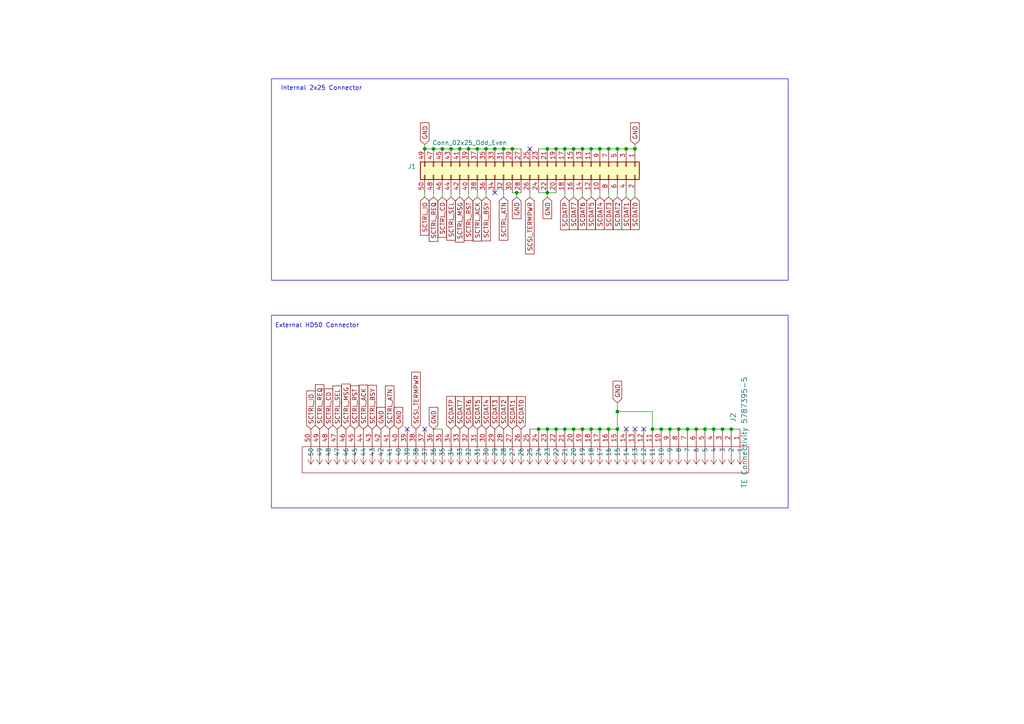
<source format=kicad_sch>
(kicad_sch (version 20250114) (generator "eeschema") (generator_version "9.0")
  (paper "A4")
  (title_block (title "A4092 backpanel PCB") (rev "PROTO0") (company "amiga.technology"))
  (lib_symbols
    (symbol "5787170_5:5787170-5" (pin_names (offset 0.254))
      (property "Reference" "J" (at 8.89 6.35 0))
      (property "Value" "5787170-5" (at 0 0 0))
      (symbol "5787170-5_1_1"
        (polyline (pts (xy 5.08 2.54) (xy 5.08 -127)) (stroke (width 0.127)))
        (polyline (pts (xy 5.08 -127) (xy 12.7 -127)) (stroke (width 0.127)))
        (polyline (pts (xy 10.16 0) (xy 5.08 0)) (stroke (width 0.127)))
        (polyline (pts (xy 10.16 0) (xy 8.89 0.8467)) (stroke (width 0.127)))
        (polyline (pts (xy 10.16 0) (xy 8.89 -0.8467)) (stroke (width 0.127)))
        (polyline (pts (xy 10.16 -2.54) (xy 5.08 -2.54)) (stroke (width 0.127)))
        (polyline (pts (xy 10.16 -2.54) (xy 8.89 -1.6933)) (stroke (width 0.127)))
        (polyline (pts (xy 10.16 -2.54) (xy 8.89 -3.3867)) (stroke (width 0.127)))
        (polyline (pts (xy 10.16 -5.08) (xy 5.08 -5.08)) (stroke (width 0.127)))
        (polyline (pts (xy 10.16 -5.08) (xy 8.89 -4.2333)) (stroke (width 0.127)))
        (polyline (pts (xy 10.16 -5.08) (xy 8.89 -5.9267)) (stroke (width 0.127)))
        (polyline (pts (xy 10.16 -7.62) (xy 5.08 -7.62)) (stroke (width 0.127)))
        (polyline (pts (xy 10.16 -7.62) (xy 8.89 -6.7733)) (stroke (width 0.127)))
        (polyline (pts (xy 10.16 -7.62) (xy 8.89 -8.4667)) (stroke (width 0.127)))
        (polyline (pts (xy 10.16 -10.16) (xy 5.08 -10.16)) (stroke (width 0.127)))
        (polyline (pts (xy 10.16 -10.16) (xy 8.89 -9.3133)) (stroke (width 0.127)))
        (polyline (pts (xy 10.16 -10.16) (xy 8.89 -11.0067)) (stroke (width 0.127)))
        (polyline (pts (xy 10.16 -12.7) (xy 5.08 -12.7)) (stroke (width 0.127)))
        (polyline (pts (xy 10.16 -12.7) (xy 8.89 -11.8533)) (stroke (width 0.127)))
        (polyline (pts (xy 10.16 -12.7) (xy 8.89 -13.5467)) (stroke (width 0.127)))
        (polyline (pts (xy 10.16 -15.24) (xy 5.08 -15.24)) (stroke (width 0.127)))
        (polyline (pts (xy 10.16 -15.24) (xy 8.89 -14.3933)) (stroke (width 0.127)))
        (polyline (pts (xy 10.16 -15.24) (xy 8.89 -16.0867)) (stroke (width 0.127)))
        (polyline (pts (xy 10.16 -17.78) (xy 5.08 -17.78)) (stroke (width 0.127)))
        (polyline (pts (xy 10.16 -17.78) (xy 8.89 -16.9333)) (stroke (width 0.127)))
        (polyline (pts (xy 10.16 -17.78) (xy 8.89 -18.6267)) (stroke (width 0.127)))
        (polyline (pts (xy 10.16 -20.32) (xy 5.08 -20.32)) (stroke (width 0.127)))
        (polyline (pts (xy 10.16 -20.32) (xy 8.89 -19.4733)) (stroke (width 0.127)))
        (polyline (pts (xy 10.16 -20.32) (xy 8.89 -21.1667)) (stroke (width 0.127)))
        (polyline (pts (xy 10.16 -22.86) (xy 5.08 -22.86)) (stroke (width 0.127)))
        (polyline (pts (xy 10.16 -22.86) (xy 8.89 -22.0133)) (stroke (width 0.127)))
        (polyline (pts (xy 10.16 -22.86) (xy 8.89 -23.7067)) (stroke (width 0.127)))
        (polyline (pts (xy 10.16 -25.4) (xy 5.08 -25.4)) (stroke (width 0.127)))
        (polyline (pts (xy 10.16 -25.4) (xy 8.89 -24.5533)) (stroke (width 0.127)))
        (polyline (pts (xy 10.16 -25.4) (xy 8.89 -26.2467)) (stroke (width 0.127)))
        (polyline (pts (xy 10.16 -27.94) (xy 5.08 -27.94)) (stroke (width 0.127)))
        (polyline (pts (xy 10.16 -27.94) (xy 8.89 -27.0933)) (stroke (width 0.127)))
        (polyline (pts (xy 10.16 -27.94) (xy 8.89 -28.7867)) (stroke (width 0.127)))
        (polyline (pts (xy 10.16 -30.48) (xy 5.08 -30.48)) (stroke (width 0.127)))
        (polyline (pts (xy 10.16 -30.48) (xy 8.89 -29.6333)) (stroke (width 0.127)))
        (polyline (pts (xy 10.16 -30.48) (xy 8.89 -31.3267)) (stroke (width 0.127)))
        (polyline (pts (xy 10.16 -33.02) (xy 5.08 -33.02)) (stroke (width 0.127)))
        (polyline (pts (xy 10.16 -33.02) (xy 8.89 -32.1733)) (stroke (width 0.127)))
        (polyline (pts (xy 10.16 -33.02) (xy 8.89 -33.8667)) (stroke (width 0.127)))
        (polyline (pts (xy 10.16 -35.56) (xy 5.08 -35.56)) (stroke (width 0.127)))
        (polyline (pts (xy 10.16 -35.56) (xy 8.89 -34.7133)) (stroke (width 0.127)))
        (polyline (pts (xy 10.16 -35.56) (xy 8.89 -36.4067)) (stroke (width 0.127)))
        (polyline (pts (xy 10.16 -38.1) (xy 5.08 -38.1)) (stroke (width 0.127)))
        (polyline (pts (xy 10.16 -38.1) (xy 8.89 -37.2533)) (stroke (width 0.127)))
        (polyline (pts (xy 10.16 -38.1) (xy 8.89 -38.9467)) (stroke (width 0.127)))
        (polyline (pts (xy 10.16 -40.64) (xy 5.08 -40.64)) (stroke (width 0.127)))
        (polyline (pts (xy 10.16 -40.64) (xy 8.89 -39.7933)) (stroke (width 0.127)))
        (polyline (pts (xy 10.16 -40.64) (xy 8.89 -41.4867)) (stroke (width 0.127)))
        (polyline (pts (xy 10.16 -43.18) (xy 5.08 -43.18)) (stroke (width 0.127)))
        (polyline (pts (xy 10.16 -43.18) (xy 8.89 -42.3333)) (stroke (width 0.127)))
        (polyline (pts (xy 10.16 -43.18) (xy 8.89 -44.0267)) (stroke (width 0.127)))
        (polyline (pts (xy 10.16 -45.72) (xy 5.08 -45.72)) (stroke (width 0.127)))
        (polyline (pts (xy 10.16 -45.72) (xy 8.89 -44.8733)) (stroke (width 0.127)))
        (polyline (pts (xy 10.16 -45.72) (xy 8.89 -46.5667)) (stroke (width 0.127)))
        (polyline (pts (xy 10.16 -48.26) (xy 5.08 -48.26)) (stroke (width 0.127)))
        (polyline (pts (xy 10.16 -48.26) (xy 8.89 -47.4133)) (stroke (width 0.127)))
        (polyline (pts (xy 10.16 -48.26) (xy 8.89 -49.1067)) (stroke (width 0.127)))
        (polyline (pts (xy 10.16 -50.8) (xy 5.08 -50.8)) (stroke (width 0.127)))
        (polyline (pts (xy 10.16 -50.8) (xy 8.89 -49.9533)) (stroke (width 0.127)))
        (polyline (pts (xy 10.16 -50.8) (xy 8.89 -51.6467)) (stroke (width 0.127)))
        (polyline (pts (xy 10.16 -53.34) (xy 5.08 -53.34)) (stroke (width 0.127)))
        (polyline (pts (xy 10.16 -53.34) (xy 8.89 -52.4933)) (stroke (width 0.127)))
        (polyline (pts (xy 10.16 -53.34) (xy 8.89 -54.1867)) (stroke (width 0.127)))
        (polyline (pts (xy 10.16 -55.88) (xy 5.08 -55.88)) (stroke (width 0.127)))
        (polyline (pts (xy 10.16 -55.88) (xy 8.89 -55.0333)) (stroke (width 0.127)))
        (polyline (pts (xy 10.16 -55.88) (xy 8.89 -56.7267)) (stroke (width 0.127)))
        (polyline (pts (xy 10.16 -58.42) (xy 5.08 -58.42)) (stroke (width 0.127)))
        (polyline (pts (xy 10.16 -58.42) (xy 8.89 -57.5733)) (stroke (width 0.127)))
        (polyline (pts (xy 10.16 -58.42) (xy 8.89 -59.2667)) (stroke (width 0.127)))
        (polyline (pts (xy 10.16 -60.96) (xy 5.08 -60.96)) (stroke (width 0.127)))
        (polyline (pts (xy 10.16 -60.96) (xy 8.89 -60.1133)) (stroke (width 0.127)))
        (polyline (pts (xy 10.16 -60.96) (xy 8.89 -61.8067)) (stroke (width 0.127)))
        (polyline (pts (xy 10.16 -63.5) (xy 5.08 -63.5)) (stroke (width 0.127)))
        (polyline (pts (xy 10.16 -63.5) (xy 8.89 -62.6533)) (stroke (width 0.127)))
        (polyline (pts (xy 10.16 -63.5) (xy 8.89 -64.3467)) (stroke (width 0.127)))
        (polyline (pts (xy 10.16 -66.04) (xy 5.08 -66.04)) (stroke (width 0.127)))
        (polyline (pts (xy 10.16 -66.04) (xy 8.89 -65.1933)) (stroke (width 0.127)))
        (polyline (pts (xy 10.16 -66.04) (xy 8.89 -66.8867)) (stroke (width 0.127)))
        (polyline (pts (xy 10.16 -68.58) (xy 5.08 -68.58)) (stroke (width 0.127)))
        (polyline (pts (xy 10.16 -68.58) (xy 8.89 -67.7333)) (stroke (width 0.127)))
        (polyline (pts (xy 10.16 -68.58) (xy 8.89 -69.4267)) (stroke (width 0.127)))
        (polyline (pts (xy 10.16 -71.12) (xy 5.08 -71.12)) (stroke (width 0.127)))
        (polyline (pts (xy 10.16 -71.12) (xy 8.89 -70.2733)) (stroke (width 0.127)))
        (polyline (pts (xy 10.16 -71.12) (xy 8.89 -71.9667)) (stroke (width 0.127)))
        (polyline (pts (xy 10.16 -73.66) (xy 5.08 -73.66)) (stroke (width 0.127)))
        (polyline (pts (xy 10.16 -73.66) (xy 8.89 -72.8133)) (stroke (width 0.127)))
        (polyline (pts (xy 10.16 -73.66) (xy 8.89 -74.5067)) (stroke (width 0.127)))
        (polyline (pts (xy 10.16 -76.2) (xy 5.08 -76.2)) (stroke (width 0.127)))
        (polyline (pts (xy 10.16 -76.2) (xy 8.89 -75.3533)) (stroke (width 0.127)))
        (polyline (pts (xy 10.16 -76.2) (xy 8.89 -77.0467)) (stroke (width 0.127)))
        (polyline (pts (xy 10.16 -78.74) (xy 5.08 -78.74)) (stroke (width 0.127)))
        (polyline (pts (xy 10.16 -78.74) (xy 8.89 -77.8933)) (stroke (width 0.127)))
        (polyline (pts (xy 10.16 -78.74) (xy 8.89 -79.5867)) (stroke (width 0.127)))
        (polyline (pts (xy 10.16 -81.28) (xy 5.08 -81.28)) (stroke (width 0.127)))
        (polyline (pts (xy 10.16 -81.28) (xy 8.89 -80.4333)) (stroke (width 0.127)))
        (polyline (pts (xy 10.16 -81.28) (xy 8.89 -82.1267)) (stroke (width 0.127)))
        (polyline (pts (xy 10.16 -83.82) (xy 5.08 -83.82)) (stroke (width 0.127)))
        (polyline (pts (xy 10.16 -83.82) (xy 8.89 -82.9733)) (stroke (width 0.127)))
        (polyline (pts (xy 10.16 -83.82) (xy 8.89 -84.6667)) (stroke (width 0.127)))
        (polyline (pts (xy 10.16 -86.36) (xy 5.08 -86.36)) (stroke (width 0.127)))
        (polyline (pts (xy 10.16 -86.36) (xy 8.89 -85.5133)) (stroke (width 0.127)))
        (polyline (pts (xy 10.16 -86.36) (xy 8.89 -87.2067)) (stroke (width 0.127)))
        (polyline (pts (xy 10.16 -88.9) (xy 5.08 -88.9)) (stroke (width 0.127)))
        (polyline (pts (xy 10.16 -88.9) (xy 8.89 -88.0533)) (stroke (width 0.127)))
        (polyline (pts (xy 10.16 -88.9) (xy 8.89 -89.7467)) (stroke (width 0.127)))
        (polyline (pts (xy 10.16 -91.44) (xy 5.08 -91.44)) (stroke (width 0.127)))
        (polyline (pts (xy 10.16 -91.44) (xy 8.89 -90.5933)) (stroke (width 0.127)))
        (polyline (pts (xy 10.16 -91.44) (xy 8.89 -92.2867)) (stroke (width 0.127)))
        (polyline (pts (xy 10.16 -93.98) (xy 5.08 -93.98)) (stroke (width 0.127)))
        (polyline (pts (xy 10.16 -93.98) (xy 8.89 -93.1333)) (stroke (width 0.127)))
        (polyline (pts (xy 10.16 -93.98) (xy 8.89 -94.8267)) (stroke (width 0.127)))
        (polyline (pts (xy 10.16 -96.52) (xy 5.08 -96.52)) (stroke (width 0.127)))
        (polyline (pts (xy 10.16 -96.52) (xy 8.89 -95.6733)) (stroke (width 0.127)))
        (polyline (pts (xy 10.16 -96.52) (xy 8.89 -97.3667)) (stroke (width 0.127)))
        (polyline (pts (xy 10.16 -99.06) (xy 5.08 -99.06)) (stroke (width 0.127)))
        (polyline (pts (xy 10.16 -99.06) (xy 8.89 -98.2133)) (stroke (width 0.127)))
        (polyline (pts (xy 10.16 -99.06) (xy 8.89 -99.9067)) (stroke (width 0.127)))
        (polyline (pts (xy 10.16 -101.6) (xy 5.08 -101.6)) (stroke (width 0.127)))
        (polyline (pts (xy 10.16 -101.6) (xy 8.89 -100.7533)) (stroke (width 0.127)))
        (polyline (pts (xy 10.16 -101.6) (xy 8.89 -102.4467)) (stroke (width 0.127)))
        (polyline (pts (xy 10.16 -104.14) (xy 5.08 -104.14)) (stroke (width 0.127)))
        (polyline (pts (xy 10.16 -104.14) (xy 8.89 -103.2933)) (stroke (width 0.127)))
        (polyline (pts (xy 10.16 -104.14) (xy 8.89 -104.9867)) (stroke (width 0.127)))
        (polyline (pts (xy 10.16 -106.68) (xy 5.08 -106.68)) (stroke (width 0.127)))
        (polyline (pts (xy 10.16 -106.68) (xy 8.89 -105.8333)) (stroke (width 0.127)))
        (polyline (pts (xy 10.16 -106.68) (xy 8.89 -107.5267)) (stroke (width 0.127)))
        (polyline (pts (xy 10.16 -109.22) (xy 5.08 -109.22)) (stroke (width 0.127)))
        (polyline (pts (xy 10.16 -109.22) (xy 8.89 -108.3733)) (stroke (width 0.127)))
        (polyline (pts (xy 10.16 -109.22) (xy 8.89 -110.0667)) (stroke (width 0.127)))
        (polyline (pts (xy 10.16 -111.76) (xy 5.08 -111.76)) (stroke (width 0.127)))
        (polyline (pts (xy 10.16 -111.76) (xy 8.89 -110.9133)) (stroke (width 0.127)))
        (polyline (pts (xy 10.16 -111.76) (xy 8.89 -112.6067)) (stroke (width 0.127)))
        (polyline (pts (xy 10.16 -114.3) (xy 5.08 -114.3)) (stroke (width 0.127)))
        (polyline (pts (xy 10.16 -114.3) (xy 8.89 -113.4533)) (stroke (width 0.127)))
        (polyline (pts (xy 10.16 -114.3) (xy 8.89 -115.1467)) (stroke (width 0.127)))
        (polyline (pts (xy 10.16 -116.84) (xy 5.08 -116.84)) (stroke (width 0.127)))
        (polyline (pts (xy 10.16 -116.84) (xy 8.89 -115.9933)) (stroke (width 0.127)))
        (polyline (pts (xy 10.16 -116.84) (xy 8.89 -117.6867)) (stroke (width 0.127)))
        (polyline (pts (xy 10.16 -119.38) (xy 5.08 -119.38)) (stroke (width 0.127)))
        (polyline (pts (xy 10.16 -119.38) (xy 8.89 -118.5333)) (stroke (width 0.127)))
        (polyline (pts (xy 10.16 -119.38) (xy 8.89 -120.2267)) (stroke (width 0.127)))
        (polyline (pts (xy 10.16 -121.92) (xy 5.08 -121.92)) (stroke (width 0.127)))
        (polyline (pts (xy 10.16 -121.92) (xy 8.89 -121.0733)) (stroke (width 0.127)))
        (polyline (pts (xy 10.16 -121.92) (xy 8.89 -122.7667)) (stroke (width 0.127)))
        (polyline (pts (xy 10.16 -124.46) (xy 5.08 -124.46)) (stroke (width 0.127)))
        (polyline (pts (xy 10.16 -124.46) (xy 8.89 -123.6133)) (stroke (width 0.127)))
        (polyline (pts (xy 10.16 -124.46) (xy 8.89 -125.3067)) (stroke (width 0.127)))
        (polyline (pts (xy 12.7 2.54) (xy 5.08 2.54)) (stroke (width 0.127)))
        (polyline (pts (xy 12.7 -127) (xy 12.7 2.54)) (stroke (width 0.127)))
        (pin unspecified line (at 0 0 0) (length 5.08) (name "1") (number "1"))
        (pin unspecified line (at 0 -2.54 0) (length 5.08) (name "2") (number "2"))
        (pin unspecified line (at 0 -5.08 0) (length 5.08) (name "3") (number "3"))
        (pin unspecified line (at 0 -7.62 0) (length 5.08) (name "4") (number "4"))
        (pin unspecified line (at 0 -10.16 0) (length 5.08) (name "5") (number "5"))
        (pin unspecified line (at 0 -12.7 0) (length 5.08) (name "6") (number "6"))
        (pin unspecified line (at 0 -15.24 0) (length 5.08) (name "7") (number "7"))
        (pin unspecified line (at 0 -17.78 0) (length 5.08) (name "8") (number "8"))
        (pin unspecified line (at 0 -20.32 0) (length 5.08) (name "9") (number "9"))
        (pin unspecified line (at 0 -22.86 0) (length 5.08) (name "10") (number "10"))
        (pin unspecified line (at 0 -25.4 0) (length 5.08) (name "11") (number "11"))
        (pin unspecified line (at 0 -27.94 0) (length 5.08) (name "12") (number "12"))
        (pin unspecified line (at 0 -30.48 0) (length 5.08) (name "13") (number "13"))
        (pin unspecified line (at 0 -33.02 0) (length 5.08) (name "14") (number "14"))
        (pin unspecified line (at 0 -35.56 0) (length 5.08) (name "15") (number "15"))
        (pin unspecified line (at 0 -38.1 0) (length 5.08) (name "16") (number "16"))
        (pin unspecified line (at 0 -40.64 0) (length 5.08) (name "17") (number "17"))
        (pin unspecified line (at 0 -43.18 0) (length 5.08) (name "18") (number "18"))
        (pin unspecified line (at 0 -45.72 0) (length 5.08) (name "19") (number "19"))
        (pin unspecified line (at 0 -48.26 0) (length 5.08) (name "20") (number "20"))
        (pin unspecified line (at 0 -50.8 0) (length 5.08) (name "21") (number "21"))
        (pin unspecified line (at 0 -53.34 0) (length 5.08) (name "22") (number "22"))
        (pin unspecified line (at 0 -55.88 0) (length 5.08) (name "23") (number "23"))
        (pin unspecified line (at 0 -58.42 0) (length 5.08) (name "24") (number "24"))
        (pin unspecified line (at 0 -60.96 0) (length 5.08) (name "25") (number "25"))
        (pin unspecified line (at 0 -63.5 0) (length 5.08) (name "26") (number "26"))
        (pin unspecified line (at 0 -66.04 0) (length 5.08) (name "27") (number "27"))
        (pin unspecified line (at 0 -68.58 0) (length 5.08) (name "28") (number "28"))
        (pin unspecified line (at 0 -71.12 0) (length 5.08) (name "29") (number "29"))
        (pin unspecified line (at 0 -73.66 0) (length 5.08) (name "30") (number "30"))
        (pin unspecified line (at 0 -76.2 0) (length 5.08) (name "31") (number "31"))
        (pin unspecified line (at 0 -78.74 0) (length 5.08) (name "32") (number "32"))
        (pin unspecified line (at 0 -81.28 0) (length 5.08) (name "33") (number "33"))
        (pin unspecified line (at 0 -83.82 0) (length 5.08) (name "34") (number "34"))
        (pin unspecified line (at 0 -86.36 0) (length 5.08) (name "35") (number "35"))
        (pin unspecified line (at 0 -88.9 0) (length 5.08) (name "36") (number "36"))
        (pin unspecified line (at 0 -91.44 0) (length 5.08) (name "37") (number "37"))
        (pin unspecified line (at 0 -93.98 0) (length 5.08) (name "38") (number "38"))
        (pin unspecified line (at 0 -96.52 0) (length 5.08) (name "39") (number "39"))
        (pin unspecified line (at 0 -99.06 0) (length 5.08) (name "40") (number "40"))
        (pin unspecified line (at 0 -101.6 0) (length 5.08) (name "41") (number "41"))
        (pin unspecified line (at 0 -104.14 0) (length 5.08) (name "42") (number "42"))
        (pin unspecified line (at 0 -106.68 0) (length 5.08) (name "43") (number "43"))
        (pin unspecified line (at 0 -109.22 0) (length 5.08) (name "44") (number "44"))
        (pin unspecified line (at 0 -111.76 0) (length 5.08) (name "45") (number "45"))
        (pin unspecified line (at 0 -114.3 0) (length 5.08) (name "46") (number "46"))
        (pin unspecified line (at 0 -116.84 0) (length 5.08) (name "47") (number "47"))
        (pin unspecified line (at 0 -119.38 0) (length 5.08) (name "48") (number "48"))
        (pin unspecified line (at 0 -121.92 0) (length 5.08) (name "49") (number "49"))
        (pin unspecified line (at 0 -124.46 0) (length 5.08) (name "50") (number "50"))
      )
      (symbol "5787170-5_1_2"
        (polyline (pts (xy 5.08 2.54) (xy 5.08 -127)) (stroke (width 0.127)))
        (polyline (pts (xy 5.08 -127) (xy 12.7 -127)) (stroke (width 0.127)))
        (polyline (pts (xy 7.62 0) (xy 5.08 0)) (stroke (width 0.127)))
        (polyline (pts (xy 7.62 0) (xy 8.89 0.8467)) (stroke (width 0.127)))
        (polyline (pts (xy 7.62 0) (xy 8.89 -0.8467)) (stroke (width 0.127)))
        (polyline (pts (xy 7.62 -2.54) (xy 5.08 -2.54)) (stroke (width 0.127)))
        (polyline (pts (xy 7.62 -2.54) (xy 8.89 -1.6933)) (stroke (width 0.127)))
        (polyline (pts (xy 7.62 -2.54) (xy 8.89 -3.3867)) (stroke (width 0.127)))
        (polyline (pts (xy 7.62 -5.08) (xy 5.08 -5.08)) (stroke (width 0.127)))
        (polyline (pts (xy 7.62 -5.08) (xy 8.89 -4.2333)) (stroke (width 0.127)))
        (polyline (pts (xy 7.62 -5.08) (xy 8.89 -5.9267)) (stroke (width 0.127)))
        (polyline (pts (xy 7.62 -7.62) (xy 5.08 -7.62)) (stroke (width 0.127)))
        (polyline (pts (xy 7.62 -7.62) (xy 8.89 -6.7733)) (stroke (width 0.127)))
        (polyline (pts (xy 7.62 -7.62) (xy 8.89 -8.4667)) (stroke (width 0.127)))
        (polyline (pts (xy 7.62 -10.16) (xy 5.08 -10.16)) (stroke (width 0.127)))
        (polyline (pts (xy 7.62 -10.16) (xy 8.89 -9.3133)) (stroke (width 0.127)))
        (polyline (pts (xy 7.62 -10.16) (xy 8.89 -11.0067)) (stroke (width 0.127)))
        (polyline (pts (xy 7.62 -12.7) (xy 5.08 -12.7)) (stroke (width 0.127)))
        (polyline (pts (xy 7.62 -12.7) (xy 8.89 -11.8533)) (stroke (width 0.127)))
        (polyline (pts (xy 7.62 -12.7) (xy 8.89 -13.5467)) (stroke (width 0.127)))
        (polyline (pts (xy 7.62 -15.24) (xy 5.08 -15.24)) (stroke (width 0.127)))
        (polyline (pts (xy 7.62 -15.24) (xy 8.89 -14.3933)) (stroke (width 0.127)))
        (polyline (pts (xy 7.62 -15.24) (xy 8.89 -16.0867)) (stroke (width 0.127)))
        (polyline (pts (xy 7.62 -17.78) (xy 5.08 -17.78)) (stroke (width 0.127)))
        (polyline (pts (xy 7.62 -17.78) (xy 8.89 -16.9333)) (stroke (width 0.127)))
        (polyline (pts (xy 7.62 -17.78) (xy 8.89 -18.6267)) (stroke (width 0.127)))
        (polyline (pts (xy 7.62 -20.32) (xy 5.08 -20.32)) (stroke (width 0.127)))
        (polyline (pts (xy 7.62 -20.32) (xy 8.89 -19.4733)) (stroke (width 0.127)))
        (polyline (pts (xy 7.62 -20.32) (xy 8.89 -21.1667)) (stroke (width 0.127)))
        (polyline (pts (xy 7.62 -22.86) (xy 5.08 -22.86)) (stroke (width 0.127)))
        (polyline (pts (xy 7.62 -22.86) (xy 8.89 -22.0133)) (stroke (width 0.127)))
        (polyline (pts (xy 7.62 -22.86) (xy 8.89 -23.7067)) (stroke (width 0.127)))
        (polyline (pts (xy 7.62 -25.4) (xy 5.08 -25.4)) (stroke (width 0.127)))
        (polyline (pts (xy 7.62 -25.4) (xy 8.89 -24.5533)) (stroke (width 0.127)))
        (polyline (pts (xy 7.62 -25.4) (xy 8.89 -26.2467)) (stroke (width 0.127)))
        (polyline (pts (xy 7.62 -27.94) (xy 5.08 -27.94)) (stroke (width 0.127)))
        (polyline (pts (xy 7.62 -27.94) (xy 8.89 -27.0933)) (stroke (width 0.127)))
        (polyline (pts (xy 7.62 -27.94) (xy 8.89 -28.7867)) (stroke (width 0.127)))
        (polyline (pts (xy 7.62 -30.48) (xy 5.08 -30.48)) (stroke (width 0.127)))
        (polyline (pts (xy 7.62 -30.48) (xy 8.89 -29.6333)) (stroke (width 0.127)))
        (polyline (pts (xy 7.62 -30.48) (xy 8.89 -31.3267)) (stroke (width 0.127)))
        (polyline (pts (xy 7.62 -33.02) (xy 5.08 -33.02)) (stroke (width 0.127)))
        (polyline (pts (xy 7.62 -33.02) (xy 8.89 -32.1733)) (stroke (width 0.127)))
        (polyline (pts (xy 7.62 -33.02) (xy 8.89 -33.8667)) (stroke (width 0.127)))
        (polyline (pts (xy 7.62 -35.56) (xy 5.08 -35.56)) (stroke (width 0.127)))
        (polyline (pts (xy 7.62 -35.56) (xy 8.89 -34.7133)) (stroke (width 0.127)))
        (polyline (pts (xy 7.62 -35.56) (xy 8.89 -36.4067)) (stroke (width 0.127)))
        (polyline (pts (xy 7.62 -38.1) (xy 5.08 -38.1)) (stroke (width 0.127)))
        (polyline (pts (xy 7.62 -38.1) (xy 8.89 -37.2533)) (stroke (width 0.127)))
        (polyline (pts (xy 7.62 -38.1) (xy 8.89 -38.9467)) (stroke (width 0.127)))
        (polyline (pts (xy 7.62 -40.64) (xy 5.08 -40.64)) (stroke (width 0.127)))
        (polyline (pts (xy 7.62 -40.64) (xy 8.89 -39.7933)) (stroke (width 0.127)))
        (polyline (pts (xy 7.62 -40.64) (xy 8.89 -41.4867)) (stroke (width 0.127)))
        (polyline (pts (xy 7.62 -43.18) (xy 5.08 -43.18)) (stroke (width 0.127)))
        (polyline (pts (xy 7.62 -43.18) (xy 8.89 -42.3333)) (stroke (width 0.127)))
        (polyline (pts (xy 7.62 -43.18) (xy 8.89 -44.0267)) (stroke (width 0.127)))
        (polyline (pts (xy 7.62 -45.72) (xy 5.08 -45.72)) (stroke (width 0.127)))
        (polyline (pts (xy 7.62 -45.72) (xy 8.89 -44.8733)) (stroke (width 0.127)))
        (polyline (pts (xy 7.62 -45.72) (xy 8.89 -46.5667)) (stroke (width 0.127)))
        (polyline (pts (xy 7.62 -48.26) (xy 5.08 -48.26)) (stroke (width 0.127)))
        (polyline (pts (xy 7.62 -48.26) (xy 8.89 -47.4133)) (stroke (width 0.127)))
        (polyline (pts (xy 7.62 -48.26) (xy 8.89 -49.1067)) (stroke (width 0.127)))
        (polyline (pts (xy 7.62 -50.8) (xy 5.08 -50.8)) (stroke (width 0.127)))
        (polyline (pts (xy 7.62 -50.8) (xy 8.89 -49.9533)) (stroke (width 0.127)))
        (polyline (pts (xy 7.62 -50.8) (xy 8.89 -51.6467)) (stroke (width 0.127)))
        (polyline (pts (xy 7.62 -53.34) (xy 5.08 -53.34)) (stroke (width 0.127)))
        (polyline (pts (xy 7.62 -53.34) (xy 8.89 -52.4933)) (stroke (width 0.127)))
        (polyline (pts (xy 7.62 -53.34) (xy 8.89 -54.1867)) (stroke (width 0.127)))
        (polyline (pts (xy 7.62 -55.88) (xy 5.08 -55.88)) (stroke (width 0.127)))
        (polyline (pts (xy 7.62 -55.88) (xy 8.89 -55.0333)) (stroke (width 0.127)))
        (polyline (pts (xy 7.62 -55.88) (xy 8.89 -56.7267)) (stroke (width 0.127)))
        (polyline (pts (xy 7.62 -58.42) (xy 5.08 -58.42)) (stroke (width 0.127)))
        (polyline (pts (xy 7.62 -58.42) (xy 8.89 -57.5733)) (stroke (width 0.127)))
        (polyline (pts (xy 7.62 -58.42) (xy 8.89 -59.2667)) (stroke (width 0.127)))
        (polyline (pts (xy 7.62 -60.96) (xy 5.08 -60.96)) (stroke (width 0.127)))
        (polyline (pts (xy 7.62 -60.96) (xy 8.89 -60.1133)) (stroke (width 0.127)))
        (polyline (pts (xy 7.62 -60.96) (xy 8.89 -61.8067)) (stroke (width 0.127)))
        (polyline (pts (xy 7.62 -63.5) (xy 5.08 -63.5)) (stroke (width 0.127)))
        (polyline (pts (xy 7.62 -63.5) (xy 8.89 -62.6533)) (stroke (width 0.127)))
        (polyline (pts (xy 7.62 -63.5) (xy 8.89 -64.3467)) (stroke (width 0.127)))
        (polyline (pts (xy 7.62 -66.04) (xy 5.08 -66.04)) (stroke (width 0.127)))
        (polyline (pts (xy 7.62 -66.04) (xy 8.89 -65.1933)) (stroke (width 0.127)))
        (polyline (pts (xy 7.62 -66.04) (xy 8.89 -66.8867)) (stroke (width 0.127)))
        (polyline (pts (xy 7.62 -68.58) (xy 5.08 -68.58)) (stroke (width 0.127)))
        (polyline (pts (xy 7.62 -68.58) (xy 8.89 -67.7333)) (stroke (width 0.127)))
        (polyline (pts (xy 7.62 -68.58) (xy 8.89 -69.4267)) (stroke (width 0.127)))
        (polyline (pts (xy 7.62 -71.12) (xy 5.08 -71.12)) (stroke (width 0.127)))
        (polyline (pts (xy 7.62 -71.12) (xy 8.89 -70.2733)) (stroke (width 0.127)))
        (polyline (pts (xy 7.62 -71.12) (xy 8.89 -71.9667)) (stroke (width 0.127)))
        (polyline (pts (xy 7.62 -73.66) (xy 5.08 -73.66)) (stroke (width 0.127)))
        (polyline (pts (xy 7.62 -73.66) (xy 8.89 -72.8133)) (stroke (width 0.127)))
        (polyline (pts (xy 7.62 -73.66) (xy 8.89 -74.5067)) (stroke (width 0.127)))
        (polyline (pts (xy 7.62 -76.2) (xy 5.08 -76.2)) (stroke (width 0.127)))
        (polyline (pts (xy 7.62 -76.2) (xy 8.89 -75.3533)) (stroke (width 0.127)))
        (polyline (pts (xy 7.62 -76.2) (xy 8.89 -77.0467)) (stroke (width 0.127)))
        (polyline (pts (xy 7.62 -78.74) (xy 5.08 -78.74)) (stroke (width 0.127)))
        (polyline (pts (xy 7.62 -78.74) (xy 8.89 -77.8933)) (stroke (width 0.127)))
        (polyline (pts (xy 7.62 -78.74) (xy 8.89 -79.5867)) (stroke (width 0.127)))
        (polyline (pts (xy 7.62 -81.28) (xy 5.08 -81.28)) (stroke (width 0.127)))
        (polyline (pts (xy 7.62 -81.28) (xy 8.89 -80.4333)) (stroke (width 0.127)))
        (polyline (pts (xy 7.62 -81.28) (xy 8.89 -82.1267)) (stroke (width 0.127)))
        (polyline (pts (xy 7.62 -83.82) (xy 5.08 -83.82)) (stroke (width 0.127)))
        (polyline (pts (xy 7.62 -83.82) (xy 8.89 -82.9733)) (stroke (width 0.127)))
        (polyline (pts (xy 7.62 -83.82) (xy 8.89 -84.6667)) (stroke (width 0.127)))
        (polyline (pts (xy 7.62 -86.36) (xy 5.08 -86.36)) (stroke (width 0.127)))
        (polyline (pts (xy 7.62 -86.36) (xy 8.89 -85.5133)) (stroke (width 0.127)))
        (polyline (pts (xy 7.62 -86.36) (xy 8.89 -87.2067)) (stroke (width 0.127)))
        (polyline (pts (xy 7.62 -88.9) (xy 5.08 -88.9)) (stroke (width 0.127)))
        (polyline (pts (xy 7.62 -88.9) (xy 8.89 -88.0533)) (stroke (width 0.127)))
        (polyline (pts (xy 7.62 -88.9) (xy 8.89 -89.7467)) (stroke (width 0.127)))
        (polyline (pts (xy 7.62 -91.44) (xy 5.08 -91.44)) (stroke (width 0.127)))
        (polyline (pts (xy 7.62 -91.44) (xy 8.89 -90.5933)) (stroke (width 0.127)))
        (polyline (pts (xy 7.62 -91.44) (xy 8.89 -92.2867)) (stroke (width 0.127)))
        (polyline (pts (xy 7.62 -93.98) (xy 5.08 -93.98)) (stroke (width 0.127)))
        (polyline (pts (xy 7.62 -93.98) (xy 8.89 -93.1333)) (stroke (width 0.127)))
        (polyline (pts (xy 7.62 -93.98) (xy 8.89 -94.8267)) (stroke (width 0.127)))
        (polyline (pts (xy 7.62 -96.52) (xy 5.08 -96.52)) (stroke (width 0.127)))
        (polyline (pts (xy 7.62 -96.52) (xy 8.89 -95.6733)) (stroke (width 0.127)))
        (polyline (pts (xy 7.62 -96.52) (xy 8.89 -97.3667)) (stroke (width 0.127)))
        (polyline (pts (xy 7.62 -99.06) (xy 5.08 -99.06)) (stroke (width 0.127)))
        (polyline (pts (xy 7.62 -99.06) (xy 8.89 -98.2133)) (stroke (width 0.127)))
        (polyline (pts (xy 7.62 -99.06) (xy 8.89 -99.9067)) (stroke (width 0.127)))
        (polyline (pts (xy 7.62 -101.6) (xy 5.08 -101.6)) (stroke (width 0.127)))
        (polyline (pts (xy 7.62 -101.6) (xy 8.89 -100.7533)) (stroke (width 0.127)))
        (polyline (pts (xy 7.62 -101.6) (xy 8.89 -102.4467)) (stroke (width 0.127)))
        (polyline (pts (xy 7.62 -104.14) (xy 5.08 -104.14)) (stroke (width 0.127)))
        (polyline (pts (xy 7.62 -104.14) (xy 8.89 -103.2933)) (stroke (width 0.127)))
        (polyline (pts (xy 7.62 -104.14) (xy 8.89 -104.9867)) (stroke (width 0.127)))
        (polyline (pts (xy 7.62 -106.68) (xy 5.08 -106.68)) (stroke (width 0.127)))
        (polyline (pts (xy 7.62 -106.68) (xy 8.89 -105.8333)) (stroke (width 0.127)))
        (polyline (pts (xy 7.62 -106.68) (xy 8.89 -107.5267)) (stroke (width 0.127)))
        (polyline (pts (xy 7.62 -109.22) (xy 5.08 -109.22)) (stroke (width 0.127)))
        (polyline (pts (xy 7.62 -109.22) (xy 8.89 -108.3733)) (stroke (width 0.127)))
        (polyline (pts (xy 7.62 -109.22) (xy 8.89 -110.0667)) (stroke (width 0.127)))
        (polyline (pts (xy 7.62 -111.76) (xy 5.08 -111.76)) (stroke (width 0.127)))
        (polyline (pts (xy 7.62 -111.76) (xy 8.89 -110.9133)) (stroke (width 0.127)))
        (polyline (pts (xy 7.62 -111.76) (xy 8.89 -112.6067)) (stroke (width 0.127)))
        (polyline (pts (xy 7.62 -114.3) (xy 5.08 -114.3)) (stroke (width 0.127)))
        (polyline (pts (xy 7.62 -114.3) (xy 8.89 -113.4533)) (stroke (width 0.127)))
        (polyline (pts (xy 7.62 -114.3) (xy 8.89 -115.1467)) (stroke (width 0.127)))
        (polyline (pts (xy 7.62 -116.84) (xy 5.08 -116.84)) (stroke (width 0.127)))
        (polyline (pts (xy 7.62 -116.84) (xy 8.89 -115.9933)) (stroke (width 0.127)))
        (polyline (pts (xy 7.62 -116.84) (xy 8.89 -117.6867)) (stroke (width 0.127)))
        (polyline (pts (xy 7.62 -119.38) (xy 5.08 -119.38)) (stroke (width 0.127)))
        (polyline (pts (xy 7.62 -119.38) (xy 8.89 -118.5333)) (stroke (width 0.127)))
        (polyline (pts (xy 7.62 -119.38) (xy 8.89 -120.2267)) (stroke (width 0.127)))
        (polyline (pts (xy 7.62 -121.92) (xy 5.08 -121.92)) (stroke (width 0.127)))
        (polyline (pts (xy 7.62 -121.92) (xy 8.89 -121.0733)) (stroke (width 0.127)))
        (polyline (pts (xy 7.62 -121.92) (xy 8.89 -122.7667)) (stroke (width 0.127)))
        (polyline (pts (xy 7.62 -124.46) (xy 5.08 -124.46)) (stroke (width 0.127)))
        (polyline (pts (xy 7.62 -124.46) (xy 8.89 -123.6133)) (stroke (width 0.127)))
        (polyline (pts (xy 7.62 -124.46) (xy 8.89 -125.3067)) (stroke (width 0.127)))
        (polyline (pts (xy 12.7 2.54) (xy 5.08 2.54)) (stroke (width 0.127)))
        (polyline (pts (xy 12.7 -127) (xy 12.7 2.54)) (stroke (width 0.127)))
        (pin unspecified line (at 0 0 0) (length 5.08) (name "1") (number "1"))
        (pin unspecified line (at 0 -2.54 0) (length 5.08) (name "2") (number "2"))
        (pin unspecified line (at 0 -5.08 0) (length 5.08) (name "3") (number "3"))
        (pin unspecified line (at 0 -7.62 0) (length 5.08) (name "4") (number "4"))
        (pin unspecified line (at 0 -10.16 0) (length 5.08) (name "5") (number "5"))
        (pin unspecified line (at 0 -12.7 0) (length 5.08) (name "6") (number "6"))
        (pin unspecified line (at 0 -15.24 0) (length 5.08) (name "7") (number "7"))
        (pin unspecified line (at 0 -17.78 0) (length 5.08) (name "8") (number "8"))
        (pin unspecified line (at 0 -20.32 0) (length 5.08) (name "9") (number "9"))
        (pin unspecified line (at 0 -22.86 0) (length 5.08) (name "10") (number "10"))
        (pin unspecified line (at 0 -25.4 0) (length 5.08) (name "11") (number "11"))
        (pin unspecified line (at 0 -27.94 0) (length 5.08) (name "12") (number "12"))
        (pin unspecified line (at 0 -30.48 0) (length 5.08) (name "13") (number "13"))
        (pin unspecified line (at 0 -33.02 0) (length 5.08) (name "14") (number "14"))
        (pin unspecified line (at 0 -35.56 0) (length 5.08) (name "15") (number "15"))
        (pin unspecified line (at 0 -38.1 0) (length 5.08) (name "16") (number "16"))
        (pin unspecified line (at 0 -40.64 0) (length 5.08) (name "17") (number "17"))
        (pin unspecified line (at 0 -43.18 0) (length 5.08) (name "18") (number "18"))
        (pin unspecified line (at 0 -45.72 0) (length 5.08) (name "19") (number "19"))
        (pin unspecified line (at 0 -48.26 0) (length 5.08) (name "20") (number "20"))
        (pin unspecified line (at 0 -50.8 0) (length 5.08) (name "21") (number "21"))
        (pin unspecified line (at 0 -53.34 0) (length 5.08) (name "22") (number "22"))
        (pin unspecified line (at 0 -55.88 0) (length 5.08) (name "23") (number "23"))
        (pin unspecified line (at 0 -58.42 0) (length 5.08) (name "24") (number "24"))
        (pin unspecified line (at 0 -60.96 0) (length 5.08) (name "25") (number "25"))
        (pin unspecified line (at 0 -63.5 0) (length 5.08) (name "26") (number "26"))
        (pin unspecified line (at 0 -66.04 0) (length 5.08) (name "27") (number "27"))
        (pin unspecified line (at 0 -68.58 0) (length 5.08) (name "28") (number "28"))
        (pin unspecified line (at 0 -71.12 0) (length 5.08) (name "29") (number "29"))
        (pin unspecified line (at 0 -73.66 0) (length 5.08) (name "30") (number "30"))
        (pin unspecified line (at 0 -76.2 0) (length 5.08) (name "31") (number "31"))
        (pin unspecified line (at 0 -78.74 0) (length 5.08) (name "32") (number "32"))
        (pin unspecified line (at 0 -81.28 0) (length 5.08) (name "33") (number "33"))
        (pin unspecified line (at 0 -83.82 0) (length 5.08) (name "34") (number "34"))
        (pin unspecified line (at 0 -86.36 0) (length 5.08) (name "35") (number "35"))
        (pin unspecified line (at 0 -88.9 0) (length 5.08) (name "36") (number "36"))
        (pin unspecified line (at 0 -91.44 0) (length 5.08) (name "37") (number "37"))
        (pin unspecified line (at 0 -93.98 0) (length 5.08) (name "38") (number "38"))
        (pin unspecified line (at 0 -96.52 0) (length 5.08) (name "39") (number "39"))
        (pin unspecified line (at 0 -99.06 0) (length 5.08) (name "40") (number "40"))
        (pin unspecified line (at 0 -101.6 0) (length 5.08) (name "41") (number "41"))
        (pin unspecified line (at 0 -104.14 0) (length 5.08) (name "42") (number "42"))
        (pin unspecified line (at 0 -106.68 0) (length 5.08) (name "43") (number "43"))
        (pin unspecified line (at 0 -109.22 0) (length 5.08) (name "44") (number "44"))
        (pin unspecified line (at 0 -111.76 0) (length 5.08) (name "45") (number "45"))
        (pin unspecified line (at 0 -114.3 0) (length 5.08) (name "46") (number "46"))
        (pin unspecified line (at 0 -116.84 0) (length 5.08) (name "47") (number "47"))
        (pin unspecified line (at 0 -119.38 0) (length 5.08) (name "48") (number "48"))
        (pin unspecified line (at 0 -121.92 0) (length 5.08) (name "49") (number "49"))
        (pin unspecified line (at 0 -124.46 0) (length 5.08) (name "50") (number "50"))
      )
    )
    (symbol "Connector_Generic:Conn_02x25_Odd_Even" (pin_names (offset 1.016) (hide yes))
      (property "Reference" "J" (at 1.27 33.02 0))
      (property "Value" "Conn_02x25_Odd_Even" (at 1.27 -33.02 0))
      (symbol "Conn_02x25_Odd_Even_1_1"
        (rectangle (start -1.27 31.75) (end 3.81 -31.75) (stroke (width 0.254)) (fill (type background)))
        (rectangle (start -1.27 30.607) (end 0 30.353) (stroke (width 0.1524)))
        (rectangle (start -1.27 28.067) (end 0 27.813) (stroke (width 0.1524)))
        (rectangle (start -1.27 25.527) (end 0 25.273) (stroke (width 0.1524)))
        (rectangle (start -1.27 22.987) (end 0 22.733) (stroke (width 0.1524)))
        (rectangle (start -1.27 20.447) (end 0 20.193) (stroke (width 0.1524)))
        (rectangle (start -1.27 17.907) (end 0 17.653) (stroke (width 0.1524)))
        (rectangle (start -1.27 15.367) (end 0 15.113) (stroke (width 0.1524)))
        (rectangle (start -1.27 12.827) (end 0 12.573) (stroke (width 0.1524)))
        (rectangle (start -1.27 10.287) (end 0 10.033) (stroke (width 0.1524)))
        (rectangle (start -1.27 7.747) (end 0 7.493) (stroke (width 0.1524)))
        (rectangle (start -1.27 5.207) (end 0 4.953) (stroke (width 0.1524)))
        (rectangle (start -1.27 2.667) (end 0 2.413) (stroke (width 0.1524)))
        (rectangle (start -1.27 0.127) (end 0 -0.127) (stroke (width 0.1524)))
        (rectangle (start -1.27 -2.413) (end 0 -2.667) (stroke (width 0.1524)))
        (rectangle (start -1.27 -4.953) (end 0 -5.207) (stroke (width 0.1524)))
        (rectangle (start -1.27 -7.493) (end 0 -7.747) (stroke (width 0.1524)))
        (rectangle (start -1.27 -10.033) (end 0 -10.287) (stroke (width 0.1524)))
        (rectangle (start -1.27 -12.573) (end 0 -12.827) (stroke (width 0.1524)))
        (rectangle (start -1.27 -15.113) (end 0 -15.367) (stroke (width 0.1524)))
        (rectangle (start -1.27 -17.653) (end 0 -17.907) (stroke (width 0.1524)))
        (rectangle (start -1.27 -20.193) (end 0 -20.447) (stroke (width 0.1524)))
        (rectangle (start -1.27 -22.733) (end 0 -22.987) (stroke (width 0.1524)))
        (rectangle (start -1.27 -25.273) (end 0 -25.527) (stroke (width 0.1524)))
        (rectangle (start -1.27 -27.813) (end 0 -28.067) (stroke (width 0.1524)))
        (rectangle (start -1.27 -30.353) (end 0 -30.607) (stroke (width 0.1524)))
        (rectangle (start 3.81 30.607) (end 2.54 30.353) (stroke (width 0.1524)))
        (rectangle (start 3.81 28.067) (end 2.54 27.813) (stroke (width 0.1524)))
        (rectangle (start 3.81 25.527) (end 2.54 25.273) (stroke (width 0.1524)))
        (rectangle (start 3.81 22.987) (end 2.54 22.733) (stroke (width 0.1524)))
        (rectangle (start 3.81 20.447) (end 2.54 20.193) (stroke (width 0.1524)))
        (rectangle (start 3.81 17.907) (end 2.54 17.653) (stroke (width 0.1524)))
        (rectangle (start 3.81 15.367) (end 2.54 15.113) (stroke (width 0.1524)))
        (rectangle (start 3.81 12.827) (end 2.54 12.573) (stroke (width 0.1524)))
        (rectangle (start 3.81 10.287) (end 2.54 10.033) (stroke (width 0.1524)))
        (rectangle (start 3.81 7.747) (end 2.54 7.493) (stroke (width 0.1524)))
        (rectangle (start 3.81 5.207) (end 2.54 4.953) (stroke (width 0.1524)))
        (rectangle (start 3.81 2.667) (end 2.54 2.413) (stroke (width 0.1524)))
        (rectangle (start 3.81 0.127) (end 2.54 -0.127) (stroke (width 0.1524)))
        (rectangle (start 3.81 -2.413) (end 2.54 -2.667) (stroke (width 0.1524)))
        (rectangle (start 3.81 -4.953) (end 2.54 -5.207) (stroke (width 0.1524)))
        (rectangle (start 3.81 -7.493) (end 2.54 -7.747) (stroke (width 0.1524)))
        (rectangle (start 3.81 -10.033) (end 2.54 -10.287) (stroke (width 0.1524)))
        (rectangle (start 3.81 -12.573) (end 2.54 -12.827) (stroke (width 0.1524)))
        (rectangle (start 3.81 -15.113) (end 2.54 -15.367) (stroke (width 0.1524)))
        (rectangle (start 3.81 -17.653) (end 2.54 -17.907) (stroke (width 0.1524)))
        (rectangle (start 3.81 -20.193) (end 2.54 -20.447) (stroke (width 0.1524)))
        (rectangle (start 3.81 -22.733) (end 2.54 -22.987) (stroke (width 0.1524)))
        (rectangle (start 3.81 -25.273) (end 2.54 -25.527) (stroke (width 0.1524)))
        (rectangle (start 3.81 -27.813) (end 2.54 -28.067) (stroke (width 0.1524)))
        (rectangle (start 3.81 -30.353) (end 2.54 -30.607) (stroke (width 0.1524)))
        (pin passive line (at -5.08 30.48 0) (length 3.81) (name "Pin_1") (number "1"))
        (pin passive line (at -5.08 27.94 0) (length 3.81) (name "Pin_3") (number "3"))
        (pin passive line (at -5.08 25.4 0) (length 3.81) (name "Pin_5") (number "5"))
        (pin passive line (at -5.08 22.86 0) (length 3.81) (name "Pin_7") (number "7"))
        (pin passive line (at -5.08 20.32 0) (length 3.81) (name "Pin_9") (number "9"))
        (pin passive line (at -5.08 17.78 0) (length 3.81) (name "Pin_11") (number "11"))
        (pin passive line (at -5.08 15.24 0) (length 3.81) (name "Pin_13") (number "13"))
        (pin passive line (at -5.08 12.7 0) (length 3.81) (name "Pin_15") (number "15"))
        (pin passive line (at -5.08 10.16 0) (length 3.81) (name "Pin_17") (number "17"))
        (pin passive line (at -5.08 7.62 0) (length 3.81) (name "Pin_19") (number "19"))
        (pin passive line (at -5.08 5.08 0) (length 3.81) (name "Pin_21") (number "21"))
        (pin passive line (at -5.08 2.54 0) (length 3.81) (name "Pin_23") (number "23"))
        (pin passive line (at -5.08 0 0) (length 3.81) (name "Pin_25") (number "25"))
        (pin passive line (at -5.08 -2.54 0) (length 3.81) (name "Pin_27") (number "27"))
        (pin passive line (at -5.08 -5.08 0) (length 3.81) (name "Pin_29") (number "29"))
        (pin passive line (at -5.08 -7.62 0) (length 3.81) (name "Pin_31") (number "31"))
        (pin passive line (at -5.08 -10.16 0) (length 3.81) (name "Pin_33") (number "33"))
        (pin passive line (at -5.08 -12.7 0) (length 3.81) (name "Pin_35") (number "35"))
        (pin passive line (at -5.08 -15.24 0) (length 3.81) (name "Pin_37") (number "37"))
        (pin passive line (at -5.08 -17.78 0) (length 3.81) (name "Pin_39") (number "39"))
        (pin passive line (at -5.08 -20.32 0) (length 3.81) (name "Pin_41") (number "41"))
        (pin passive line (at -5.08 -22.86 0) (length 3.81) (name "Pin_43") (number "43"))
        (pin passive line (at -5.08 -25.4 0) (length 3.81) (name "Pin_45") (number "45"))
        (pin passive line (at -5.08 -27.94 0) (length 3.81) (name "Pin_47") (number "47"))
        (pin passive line (at -5.08 -30.48 0) (length 3.81) (name "Pin_49") (number "49"))
        (pin passive line (at 7.62 30.48 180) (length 3.81) (name "Pin_2") (number "2"))
        (pin passive line (at 7.62 27.94 180) (length 3.81) (name "Pin_4") (number "4"))
        (pin passive line (at 7.62 25.4 180) (length 3.81) (name "Pin_6") (number "6"))
        (pin passive line (at 7.62 22.86 180) (length 3.81) (name "Pin_8") (number "8"))
        (pin passive line (at 7.62 20.32 180) (length 3.81) (name "Pin_10") (number "10"))
        (pin passive line (at 7.62 17.78 180) (length 3.81) (name "Pin_12") (number "12"))
        (pin passive line (at 7.62 15.24 180) (length 3.81) (name "Pin_14") (number "14"))
        (pin passive line (at 7.62 12.7 180) (length 3.81) (name "Pin_16") (number "16"))
        (pin passive line (at 7.62 10.16 180) (length 3.81) (name "Pin_18") (number "18"))
        (pin passive line (at 7.62 7.62 180) (length 3.81) (name "Pin_20") (number "20"))
        (pin passive line (at 7.62 5.08 180) (length 3.81) (name "Pin_22") (number "22"))
        (pin passive line (at 7.62 2.54 180) (length 3.81) (name "Pin_24") (number "24"))
        (pin passive line (at 7.62 0 180) (length 3.81) (name "Pin_26") (number "26"))
        (pin passive line (at 7.62 -2.54 180) (length 3.81) (name "Pin_28") (number "28"))
        (pin passive line (at 7.62 -5.08 180) (length 3.81) (name "Pin_30") (number "30"))
        (pin passive line (at 7.62 -7.62 180) (length 3.81) (name "Pin_32") (number "32"))
        (pin passive line (at 7.62 -10.16 180) (length 3.81) (name "Pin_34") (number "34"))
        (pin passive line (at 7.62 -12.7 180) (length 3.81) (name "Pin_36") (number "36"))
        (pin passive line (at 7.62 -15.24 180) (length 3.81) (name "Pin_38") (number "38"))
        (pin passive line (at 7.62 -17.78 180) (length 3.81) (name "Pin_40") (number "40"))
        (pin passive line (at 7.62 -20.32 180) (length 3.81) (name "Pin_42") (number "42"))
        (pin passive line (at 7.62 -22.86 180) (length 3.81) (name "Pin_44") (number "44"))
        (pin passive line (at 7.62 -25.4 180) (length 3.81) (name "Pin_46") (number "46"))
        (pin passive line (at 7.62 -27.94 180) (length 3.81) (name "Pin_48") (number "48"))
        (pin passive line (at 7.62 -30.48 180) (length 3.81) (name "Pin_50") (number "50"))
      )
    )
  )
  (rectangle (start 78.74 22.86) (end 228.6 81.28))
  (rectangle (start 78.74 91.44) (end 228.6 147.32))
  (text "Internal 2x25 Connector" (at 93.218 25.654 0) (effects (font (size 1.27 1.27))))
  (text "External HD50 Connector" (at 91.948 94.488 0) (effects (font (size 1.27 1.27))))
  (junction (at 146.05 43.18))
  (junction (at 125.73 43.18))
  (junction (at 179.07 119.38))
  (junction (at 168.91 43.18))
  (junction (at 204.47 124.46))
  (junction (at 209.55 124.46))
  (junction (at 207.01 124.46))
  (junction (at 156.21 124.46))
  (junction (at 128.27 43.18))
  (junction (at 189.23 124.46))
  (junction (at 135.89 43.18))
  (junction (at 158.75 124.46))
  (junction (at 173.99 124.46))
  (junction (at 173.99 43.18))
  (junction (at 138.43 43.18))
  (junction (at 184.15 43.18))
  (junction (at 149.86 55.88))
  (junction (at 212.09 124.46))
  (junction (at 176.53 43.18))
  (junction (at 168.91 124.46))
  (junction (at 163.83 124.46))
  (junction (at 161.29 124.46))
  (junction (at 166.37 124.46))
  (junction (at 158.75 43.18))
  (junction (at 179.07 43.18))
  (junction (at 171.45 43.18))
  (junction (at 201.93 124.46))
  (junction (at 163.83 43.18))
  (junction (at 181.61 43.18))
  (junction (at 140.97 43.18))
  (junction (at 194.31 124.46))
  (junction (at 130.81 43.18))
  (junction (at 158.75 55.88))
  (junction (at 179.07 124.46))
  (junction (at 148.59 43.18))
  (junction (at 143.51 43.18))
  (junction (at 199.39 124.46))
  (junction (at 196.85 124.46))
  (junction (at 176.53 124.46))
  (junction (at 133.35 43.18))
  (junction (at 123.19 43.18))
  (junction (at 161.29 43.18))
  (junction (at 191.77 124.46))
  (junction (at 166.37 43.18))
  (junction (at 171.45 124.46))
  (no_connect (at 143.51 55.88))
  (no_connect (at 181.61 124.46))
  (no_connect (at 184.15 124.46))
  (no_connect (at 123.19 124.46))
  (no_connect (at 118.11 124.46))
  (no_connect (at 153.67 43.18))
  (no_connect (at 186.69 124.46))
  (wire (pts (xy 158.75 55.88) (xy 158.75 57.15)))
  (wire (pts (xy 130.81 55.88) (xy 130.81 57.15)))
  (wire (pts (xy 140.97 55.88) (xy 140.97 57.15)))
  (wire (pts (xy 166.37 43.18) (xy 168.91 43.18)))
  (wire (pts (xy 179.07 55.88) (xy 179.07 57.15)))
  (wire (pts (xy 201.93 124.46) (xy 199.39 124.46)))
  (wire (pts (xy 173.99 124.46) (xy 171.45 124.46)))
  (wire (pts (xy 158.75 43.18) (xy 161.29 43.18)))
  (wire (pts (xy 204.47 124.46) (xy 201.93 124.46)))
  (wire (pts (xy 161.29 43.18) (xy 163.83 43.18)))
  (wire (pts (xy 158.75 55.88) (xy 161.29 55.88)))
  (wire (pts (xy 176.53 43.18) (xy 179.07 43.18)))
  (wire (pts (xy 161.29 124.46) (xy 158.75 124.46)))
  (wire (pts (xy 184.15 41.91) (xy 184.15 43.18)))
  (wire (pts (xy 168.91 124.46) (xy 166.37 124.46)))
  (wire (pts (xy 130.81 43.18) (xy 133.35 43.18)))
  (wire (pts (xy 138.43 43.18) (xy 140.97 43.18)))
  (wire (pts (xy 209.55 124.46) (xy 207.01 124.46)))
  (wire (pts (xy 123.19 43.18) (xy 125.73 43.18)))
  (wire (pts (xy 128.27 124.46) (xy 125.73 124.46)))
  (wire (pts (xy 181.61 43.18) (xy 184.15 43.18)))
  (wire (pts (xy 128.27 55.88) (xy 128.27 57.15)))
  (wire (pts (xy 212.09 124.46) (xy 209.55 124.46)))
  (wire (pts (xy 158.75 124.46) (xy 156.21 124.46)))
  (wire (pts (xy 189.23 119.38) (xy 179.07 119.38)))
  (wire (pts (xy 214.63 124.46) (xy 212.09 124.46)))
  (wire (pts (xy 143.51 43.18) (xy 146.05 43.18)))
  (wire (pts (xy 184.15 55.88) (xy 184.15 57.15)))
  (wire (pts (xy 148.59 43.18) (xy 151.13 43.18)))
  (wire (pts (xy 146.05 43.18) (xy 148.59 43.18)))
  (wire (pts (xy 149.86 55.88) (xy 149.86 57.15)))
  (wire (pts (xy 166.37 55.88) (xy 166.37 57.15)))
  (wire (pts (xy 163.83 124.46) (xy 161.29 124.46)))
  (wire (pts (xy 135.89 43.18) (xy 138.43 43.18)))
  (wire (pts (xy 125.73 55.88) (xy 125.73 57.15)))
  (wire (pts (xy 179.07 119.38) (xy 179.07 124.46)))
  (wire (pts (xy 168.91 55.88) (xy 168.91 57.15)))
  (wire (pts (xy 156.21 124.46) (xy 153.67 124.46)))
  (wire (pts (xy 123.19 55.88) (xy 123.19 57.15)))
  (wire (pts (xy 199.39 124.46) (xy 196.85 124.46)))
  (wire (pts (xy 194.31 124.46) (xy 191.77 124.46)))
  (wire (pts (xy 163.83 43.18) (xy 166.37 43.18)))
  (wire (pts (xy 207.01 124.46) (xy 204.47 124.46)))
  (wire (pts (xy 153.67 57.15) (xy 153.67 55.88)))
  (wire (pts (xy 128.27 43.18) (xy 130.81 43.18)))
  (wire (pts (xy 173.99 43.18) (xy 176.53 43.18)))
  (wire (pts (xy 196.85 124.46) (xy 194.31 124.46)))
  (wire (pts (xy 176.53 124.46) (xy 173.99 124.46)))
  (wire (pts (xy 191.77 124.46) (xy 189.23 124.46)))
  (wire (pts (xy 171.45 57.15) (xy 171.45 55.88)))
  (wire (pts (xy 146.05 55.88) (xy 146.05 57.15)))
  (wire (pts (xy 189.23 124.46) (xy 189.23 119.38)))
  (wire (pts (xy 176.53 55.88) (xy 176.53 57.15)))
  (wire (pts (xy 123.19 41.91) (xy 123.19 43.18)))
  (wire (pts (xy 168.91 43.18) (xy 171.45 43.18)))
  (wire (pts (xy 135.89 55.88) (xy 135.89 57.15)))
  (wire (pts (xy 140.97 43.18) (xy 143.51 43.18)))
  (wire (pts (xy 133.35 55.88) (xy 133.35 57.15)))
  (wire (pts (xy 156.21 43.18) (xy 158.75 43.18)))
  (wire (pts (xy 181.61 55.88) (xy 181.61 57.15)))
  (wire (pts (xy 171.45 124.46) (xy 168.91 124.46)))
  (wire (pts (xy 125.73 43.18) (xy 128.27 43.18)))
  (wire (pts (xy 179.07 116.84) (xy 179.07 119.38)))
  (wire (pts (xy 171.45 43.18) (xy 173.99 43.18)))
  (wire (pts (xy 149.86 55.88) (xy 151.13 55.88)))
  (wire (pts (xy 133.35 43.18) (xy 135.89 43.18)))
  (wire (pts (xy 179.07 124.46) (xy 176.53 124.46)))
  (wire (pts (xy 179.07 43.18) (xy 181.61 43.18)))
  (wire (pts (xy 166.37 124.46) (xy 163.83 124.46)))
  (wire (pts (xy 163.83 55.88) (xy 163.83 57.15)))
  (wire (pts (xy 138.43 55.88) (xy 138.43 57.15)))
  (wire (pts (xy 148.59 55.88) (xy 149.86 55.88)))
  (wire (pts (xy 173.99 55.88) (xy 173.99 57.15)))
  (wire (pts (xy 156.21 55.88) (xy 158.75 55.88)))
  (global_label "SCDAT4" (shape input) (at 173.99 57.15 270) (property "Intersheetrefs" "${INTERSHEET_REFS}" (effects (hide yes))))
  (global_label "SCDAT2" (shape input) (at 179.07 57.15 270) (property "Intersheetrefs" "${INTERSHEET_REFS}" (effects (hide yes))))
  (global_label "GND" (shape input) (at 179.07 116.84 90) (property "Intersheetrefs" "${INTERSHEET_REFS}" (effects (hide yes))))
  (global_label "GND" (shape input) (at 125.73 124.46 90) (property "Intersheetrefs" "${INTERSHEET_REFS}" (effects (hide yes))))
  (global_label "SCSI_TERMPWR" (shape input) (at 153.67 57.15 270) (property "Intersheetrefs" "${INTERSHEET_REFS}" (effects (hide yes))))
  (global_label "SCDAT1" (shape input) (at 181.61 57.15 270) (property "Intersheetrefs" "${INTERSHEET_REFS}" (effects (hide yes))))
  (global_label "SCTRL_BSY" (shape input) (at 140.97 57.15 270) (property "Intersheetrefs" "${INTERSHEET_REFS}" (effects (hide yes))))
  (global_label "SCTRL_RST" (shape input) (at 135.89 57.15 270) (property "Intersheetrefs" "${INTERSHEET_REFS}" (effects (hide yes))))
  (global_label "SCTRL_ATN" (shape input) (at 113.03 124.46 90) (property "Intersheetrefs" "${INTERSHEET_REFS}" (effects (hide yes))))
  (global_label "SCTRL_MSG" (shape input) (at 133.35 57.15 270) (property "Intersheetrefs" "${INTERSHEET_REFS}" (effects (hide yes))))
  (global_label "SCTRL_SEL" (shape input) (at 97.79 124.46 90) (property "Intersheetrefs" "${INTERSHEET_REFS}" (effects (hide yes))))
  (global_label "SCTRL_REQ" (shape input) (at 92.71 124.46 90) (property "Intersheetrefs" "${INTERSHEET_REFS}" (effects (hide yes))))
  (global_label "SCTRL_IO" (shape input) (at 90.17 124.46 90) (property "Intersheetrefs" "${INTERSHEET_REFS}" (effects (hide yes))))
  (global_label "SCTRL_BSY" (shape input) (at 107.95 124.46 90) (property "Intersheetrefs" "${INTERSHEET_REFS}" (effects (hide yes))))
  (global_label "SCDAT6" (shape input) (at 135.89 124.46 90) (property "Intersheetrefs" "${INTERSHEET_REFS}" (effects (hide yes))))
  (global_label "SCDAT4" (shape input) (at 140.97 124.46 90) (property "Intersheetrefs" "${INTERSHEET_REFS}" (effects (hide yes))))
  (global_label "SCDAT6" (shape input) (at 168.91 57.15 270) (property "Intersheetrefs" "${INTERSHEET_REFS}" (effects (hide yes))))
  (global_label "SCDAT0" (shape input) (at 151.13 124.46 90) (property "Intersheetrefs" "${INTERSHEET_REFS}" (effects (hide yes))))
  (global_label "SCTRL_MSG" (shape input) (at 100.33 124.46 90) (property "Intersheetrefs" "${INTERSHEET_REFS}" (effects (hide yes))))
  (global_label "SCDAT3" (shape input) (at 176.53 57.15 270) (property "Intersheetrefs" "${INTERSHEET_REFS}" (effects (hide yes))))
  (global_label "GND" (shape input) (at 123.19 41.91 90) (property "Intersheetrefs" "${INTERSHEET_REFS}" (effects (hide yes))))
  (global_label "SCTRL_ATN" (shape input) (at 146.05 57.15 270) (property "Intersheetrefs" "${INTERSHEET_REFS}" (effects (hide yes))))
  (global_label "SCDATP" (shape input) (at 163.83 57.15 270) (property "Intersheetrefs" "${INTERSHEET_REFS}" (effects (hide yes))))
  (global_label "SCDAT7" (shape input) (at 166.37 57.15 270) (property "Intersheetrefs" "${INTERSHEET_REFS}" (effects (hide yes))))
  (global_label "SCDAT5" (shape input) (at 138.43 124.46 90) (property "Intersheetrefs" "${INTERSHEET_REFS}" (effects (hide yes))))
  (global_label "SCTRL_ACK" (shape input) (at 105.41 124.46 90) (property "Intersheetrefs" "${INTERSHEET_REFS}" (effects (hide yes))))
  (global_label "GND" (shape input) (at 115.57 124.46 90) (property "Intersheetrefs" "${INTERSHEET_REFS}" (effects (hide yes))))
  (global_label "SCDAT1" (shape input) (at 148.59 124.46 90) (property "Intersheetrefs" "${INTERSHEET_REFS}" (effects (hide yes))))
  (global_label "SCDAT5" (shape input) (at 171.45 57.15 270) (property "Intersheetrefs" "${INTERSHEET_REFS}" (effects (hide yes))))
  (global_label "GND" (shape input) (at 184.15 41.91 90) (property "Intersheetrefs" "${INTERSHEET_REFS}" (effects (hide yes))))
  (global_label "SCTRL_RST" (shape input) (at 102.87 124.46 90) (property "Intersheetrefs" "${INTERSHEET_REFS}" (effects (hide yes))))
  (global_label "GND" (shape input) (at 158.75 57.15 270) (property "Intersheetrefs" "${INTERSHEET_REFS}" (effects (hide yes))))
  (global_label "SCDAT3" (shape input) (at 143.51 124.46 90) (property "Intersheetrefs" "${INTERSHEET_REFS}" (effects (hide yes))))
  (global_label "SCTRL_CD" (shape input) (at 128.27 57.15 270) (property "Intersheetrefs" "${INTERSHEET_REFS}" (effects (hide yes))))
  (global_label "GND" (shape input) (at 110.49 124.46 90) (property "Intersheetrefs" "${INTERSHEET_REFS}" (effects (hide yes))))
  (global_label "SCTRL_REQ" (shape input) (at 125.73 57.15 270) (property "Intersheetrefs" "${INTERSHEET_REFS}" (effects (hide yes))))
  (global_label "SCDATP" (shape input) (at 130.81 124.46 90) (property "Intersheetrefs" "${INTERSHEET_REFS}" (effects (hide yes))))
  (global_label "SCDAT7" (shape input) (at 133.35 124.46 90) (property "Intersheetrefs" "${INTERSHEET_REFS}" (effects (hide yes))))
  (global_label "SCTRL_SEL" (shape input) (at 130.81 57.15 270) (property "Intersheetrefs" "${INTERSHEET_REFS}" (effects (hide yes))))
  (global_label "SCTRL_IO" (shape input) (at 123.19 57.15 270) (property "Intersheetrefs" "${INTERSHEET_REFS}" (effects (hide yes))))
  (global_label "SCDAT0" (shape input) (at 184.15 57.15 270) (property "Intersheetrefs" "${INTERSHEET_REFS}" (effects (hide yes))))
  (global_label "SCTRL_ACK" (shape input) (at 138.43 57.15 270) (property "Intersheetrefs" "${INTERSHEET_REFS}" (effects (hide yes))))
  (global_label "SCTRL_CD" (shape input) (at 95.25 124.46 90) (property "Intersheetrefs" "${INTERSHEET_REFS}" (effects (hide yes))))
  (global_label "SCSI_TERMPWR" (shape input) (at 120.65 124.46 90) (property "Intersheetrefs" "${INTERSHEET_REFS}" (effects (hide yes))))
  (global_label "SCDAT2" (shape input) (at 146.05 124.46 90) (property "Intersheetrefs" "${INTERSHEET_REFS}" (effects (hide yes))))
  (global_label "GND" (shape input) (at 149.86 57.15 270) (property "Intersheetrefs" "${INTERSHEET_REFS}" (effects (hide yes))))
  (symbol (lib_id "5787170_5:5787170-5") (at 214.63 124.46 270) (unit 1)
    (property "Reference" "J2" (at 212.598 119.634 0) (effects (font (size 1.524 1.524)) (justify left)))
    (property "Value" "TE Connectivity 5787395-5" (at 215.9 109.22 0) (effects (font (size 1.524 1.524)) (justify left)))
    (property "Footprint" "5787170_5:CONN_5787170-5_TYC" (effects (hide yes)))
    (property "Datasheet" "https://www.te.com/commerce/DocumentDelivery/DDEController?Action=srchrtrv&DocNm=1-1773938-5_AMPLIMITE_.050_Series_QRG&DocType=Data+Sheet&DocLang=English&DocFormat=pdf&PartCntxt=5787170-5" (effects (hide yes)))
    (property "LCSC Part #" "C3138281" (effects (hide yes)))
    (property "FT Rotation Offset" "90" (effects (hide yes)))
  )
  (symbol (lib_id "Connector_Generic:Conn_02x25_Odd_Even") (at 153.67 48.26 270) (unit 1)
    (property "Reference" "J1" (at 120.65 48.2599 90) (effects (justify right)))
    (property "Value" "Conn_02x25_Odd_Even" (at 147.066 41.402 90) (effects (justify right)))
    (property "Footprint" "kicad-official/Connector_IDC.pretty:IDC-Header_2x25_P2.54mm_Vertical" (effects (hide yes)))
    (property "Description" "Generic connector, double row, 02x25, odd/even pin numbering scheme (row 1 odd numbers, row 2 even numbers), script generated (kicad-library-utils/schlib/autogen/connector/)" (effects (hide yes)))
    (property "LCSC Part #" "C221059" (effects (hide yes)))
    (property "FT Rotation Offset " "270" (effects (hide yes)))
  )
)
</source>
